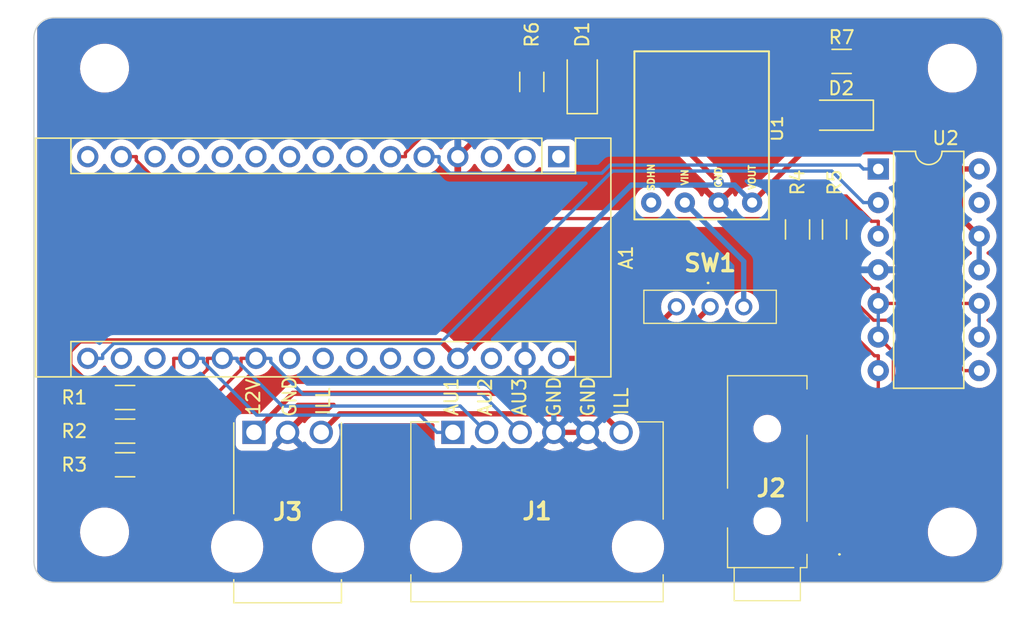
<source format=kicad_pcb>
(kicad_pcb (version 20221018) (generator pcbnew)
  (layers (0 "F.Cu" signal) (31 "B.Cu" signal) (34 "B.Paste" user) (35 "F.Paste" user) (36 "B.SilkS" user "B.Silkscreen") (37 "F.SilkS" user "F.Silkscreen") (38 "B.Mask" user) (39 "F.Mask" user) (44 "Edge.Cuts" user))
  (net 0 "")
  (net 4 "GNDREF")
  (net 5 "Net-(A1-D2)")
  (net 6 "Net-(A1-D3)")
  (net 14 "Net-(A1-MOSI)")
  (net 16 "Net-(A1-SCK)")
  (net 19 "Net-(A1-A0)")
  (net 20 "Net-(A1-A1)")
  (net 21 "Net-(A1-A2)")
  (net 27 "+5V")
  (net 29 "+12V1")
  (net 30 "+12V")
  (net 31 "+12V2")
  (net 32 "Illumination")
  (net 33 "Net-(D1-A)")
  (net 34 "Net-(D2-A)")
  (net 35 "Net-(U2-PB0)")
  (net 36 "Net-(U2-PA0)")
  (net 37 "Net-(U2-PA1)")
  (footprint "Package_DIP:DIP-14_W7.62mm" (layer "F.Cu") (at 109.22 81.28)
    (fp_text reference "U2" (at 5.08 -2.33) (layer "F.SilkS"))
    (fp_text value "MCP42010")
    (fp_line (start 1.16 -1.33) (end 1.16 16.57) (stroke (width 0.12)) (layer "F.SilkS"))
    (fp_line (start 1.16 16.57) (end 6.46 16.57) (stroke (width 0.12)) (layer "F.SilkS"))
    (fp_line (start 2.81 -1.33) (end 1.16 -1.33) (stroke (width 0.12)) (layer "F.SilkS"))
    (fp_line (start 6.46 -1.33) (end 4.81 -1.33) (stroke (width 0.12)) (layer "F.SilkS"))
    (fp_line (start 6.46 16.57) (end 6.46 -1.33) (stroke (width 0.12)) (layer "F.SilkS"))
    (fp_arc (start 4.81 -1.33) (mid 3.81 -0.33) (end 2.81 -1.33) (stroke (width 0.12)) (layer "F.SilkS"))
    (pad "1" thru_hole rect (at 0 0) (size 1.6 1.6) (drill 0.8) (layers "*.Cu" "*.Mask") (net 5 "Net-(A1-D2)"))
    (pad "2" thru_hole oval (at 0 2.54) (size 1.6 1.6) (drill 0.8) (layers "*.Cu" "*.Mask") (net 16 "Net-(A1-SCK)"))
    (pad "3" thru_hole oval (at 0 5.08) (size 1.6 1.6) (drill 0.8) (layers "*.Cu" "*.Mask") (net 14 "Net-(A1-MOSI)"))
    (pad "4" thru_hole oval (at 0 7.62) (size 1.6 1.6) (drill 0.8) (layers "*.Cu" "*.Mask") (net 4 "GNDREF"))
    (pad "5" thru_hole oval (at 0 10.16) (size 1.6 1.6) (drill 0.8) (layers "*.Cu" "*.Mask") (net 35 "Net-(U2-PB0)"))
    (pad "6" thru_hole oval (at 0 12.7) (size 1.6 1.6) (drill 0.8) (layers "*.Cu" "*.Mask") (net 35 "Net-(U2-PB0)"))
    (pad "7" thru_hole oval (at 0 15.24) (size 1.6 1.6) (drill 0.8) (layers "*.Cu" "*.Mask") (net 37 "Net-(U2-PA1)"))
    (pad "8" thru_hole oval (at 7.62 15.24) (size 1.6 1.6) (drill 0.8) (layers "*.Cu" "*.Mask") (net 36 "Net-(U2-PA0)"))
    (pad "9" thru_hole oval (at 7.62 12.7) (size 1.6 1.6) (drill 0.8) (layers "*.Cu" "*.Mask") (net 35 "Net-(U2-PB0)"))
    (pad "10" thru_hole oval (at 7.62 10.16) (size 1.6 1.6) (drill 0.8) (layers "*.Cu" "*.Mask") (net 35 "Net-(U2-PB0)"))
    (pad "11" thru_hole oval (at 7.62 7.62) (size 1.6 1.6) (drill 0.8) (layers "*.Cu" "*.Mask") (net 27 "+5V"))
    (pad "12" thru_hole oval (at 7.62 5.08) (size 1.6 1.6) (drill 0.8) (layers "*.Cu" "*.Mask") (net 27 "+5V"))
    (pad "13" thru_hole oval (at 7.62 2.54) (size 1.6 1.6) (drill 0.8) (layers "*.Cu" "*.Mask"))
    (pad "14" thru_hole oval (at 7.62 0) (size 1.6 1.6) (drill 0.8) (layers "*.Cu" "*.Mask") (net 27 "+5V"))
  )
  (footprint "Resistor_SMD:R_1206_3216Metric_Pad1.30x1.75mm_HandSolder" (layer "F.Cu") (at 52.35 101.092 180)
    (fp_text reference "R2" (at 3.836 0 180) (layer "F.SilkS"))
    (fp_text value "1k")
    (fp_line (start -0.727064 -0.91) (end 0.727064 -0.91) (stroke (width 0.12)) (layer "F.SilkS"))
    (fp_line (start -0.727064 0.91) (end 0.727064 0.91) (stroke (width 0.12)) (layer "F.SilkS"))
    (pad "1" smd roundrect (at -1.55 0 180) (size 1.3 1.75) (layers "F.Cu" "F.Paste" "F.Mask") (roundrect_rratio 0.1923076923) (net 20 "Net-(A1-A1)"))
    (pad "2" smd roundrect (at 1.55 0 180) (size 1.3 1.75) (layers "F.Cu" "F.Paste" "F.Mask") (roundrect_rratio 0.1923076923) (net 27 "+5V"))
  )
  (footprint "Resistor_SMD:R_1206_3216Metric_Pad1.30x1.75mm_HandSolder" (layer "F.Cu") (at 105.918 85.852 -90)
    (fp_text reference "R5" (at -3.556 0 90) (layer "F.SilkS"))
    (fp_text value "100k")
    (fp_line (start -0.727064 -0.91) (end 0.727064 -0.91) (stroke (width 0.12)) (layer "F.SilkS"))
    (fp_line (start -0.727064 0.91) (end 0.727064 0.91) (stroke (width 0.12)) (layer "F.SilkS"))
    (pad "1" smd roundrect (at -1.55 0 270) (size 1.3 1.75) (layers "F.Cu" "F.Paste" "F.Mask") (roundrect_rratio 0.1923076923) (net 35 "Net-(U2-PB0)"))
    (pad "2" smd roundrect (at 1.55 0 270) (size 1.3 1.75) (layers "F.Cu" "F.Paste" "F.Mask") (roundrect_rratio 0.1923076923) (net 37 "Net-(U2-PA1)"))
  )
  (footprint "SamacSys_Parts:090320102" (layer "F.Cu") (at 96.52 91.694 -90)
    (fp_text reference "SW1" (at -3.302 0 180) (layer "F.SilkS") (effects (font (size 1.27 1.27) (thickness 0.254))))
    (fp_text value "SW_SPDT" hide)
    (fp_line (start -1.8 0.1) (end -1.8 0.1) (stroke (width 0.1)) (layer "F.SilkS"))
    (fp_line (start -1.8 0.2) (end -1.8 0.2) (stroke (width 0.1)) (layer "F.SilkS"))
    (fp_line (start -1.25 -5) (end 1.25 -5) (stroke (width 0.1)) (layer "F.SilkS"))
    (fp_line (start -1.25 5) (end -1.25 -5) (stroke (width 0.1)) (layer "F.SilkS"))
    (fp_line (start 1.25 -5) (end 1.25 5) (stroke (width 0.1)) (layer "F.SilkS"))
    (fp_line (start 1.25 5) (end -1.25 5) (stroke (width 0.1)) (layer "F.SilkS"))
    (fp_arc (start -1.8 0.1) (mid -1.75 0.15) (end -1.8 0.2) (stroke (width 0.1)) (layer "F.SilkS"))
    (fp_arc (start -1.8 0.2) (mid -1.85 0.15) (end -1.8 0.1) (stroke (width 0.1)) (layer "F.SilkS"))
    (pad "1" thru_hole circle (at 0 0 270) (size 1.3 1.3) (drill 0.8) (layers "*.Cu" "*.Mask") (net 30 "+12V"))
    (pad "2" thru_hole circle (at 0 2.54 270) (size 1.3 1.3) (drill 0.8) (layers "*.Cu" "*.Mask") (net 29 "+12V1"))
    (pad "3" thru_hole circle (at 0 -2.54 270) (size 1.3 1.3) (drill 0.8) (layers "*.Cu" "*.Mask") (net 31 "+12V2"))
  )
  (footprint "MountingHole:MountingHole_3.2mm_M3" (layer "F.Cu") (at 50.8 73.66 -90)
    (fp_text reference "H1" hide)
    (fp_text value "MountingHole")
    (pad "" np_thru_hole circle (at 0 0 270) (size 3.2 3.2) (drill 3.2) (layers "*.Cu" "*.Mask"))
  )
  (footprint "SamacSys_Parts:705510005" (layer "F.Cu") (at 89.8028 101.1823)
    (fp_text reference "J1" (at -6.35 5.962) (layer "F.SilkS") (effects (font (size 1.27 1.27) (thickness 0.254))))
    (fp_text value "Conn_01x06_Male" hide)
    (fp_line (start -15.875 -0.79) (end -15.875 6.56) (stroke (width 0.1)) (layer "F.SilkS"))
    (fp_line (start -15.875 10.76) (end -15.875 12.8) (stroke (width 0.1)) (layer "F.SilkS"))
    (fp_line (start -15.875 12.8) (end 3.175 12.8) (stroke (width 0.1)) (layer "F.SilkS"))
    (fp_line (start -13.77 -0.79) (end -15.875 -0.79) (stroke (width 0.1)) (layer "F.SilkS"))
    (fp_line (start 3.175 -0.79) (end 1.23 -0.79) (stroke (width 0.1)) (layer "F.SilkS"))
    (fp_line (start 3.175 6.56) (end 3.175 -0.79) (stroke (width 0.1)) (layer "F.SilkS"))
    (fp_line (start 3.175 12.8) (end 3.175 10.76) (stroke (width 0.1)) (layer "F.SilkS"))
    (pad "" np_thru_hole circle (at -13.97 8.64) (size 3.45 3.45) (drill 3.45) (layers "*.Cu" "*.Mask"))
    (pad "" np_thru_hole circle (at 1.27 8.64) (size 3.45 3.45) (drill 3.45) (layers "*.Cu" "*.Mask"))
    (pad "1" thru_hole rect (at -12.7 0) (size 1.755 1.755) (drill 1.17) (layers "*.Cu" "*.Mask") (net 19 "Net-(A1-A0)"))
    (pad "2" thru_hole circle (at -10.16 0) (size 1.755 1.755) (drill 1.17) (layers "*.Cu" "*.Mask") (net 20 "Net-(A1-A1)"))
    (pad "3" thru_hole circle (at -7.62 0) (size 1.755 1.755) (drill 1.17) (layers "*.Cu" "*.Mask") (net 21 "Net-(A1-A2)"))
    (pad "4" thru_hole circle (at -5.08 0) (size 1.755 1.755) (drill 1.17) (layers "*.Cu" "*.Mask") (net 4 "GNDREF"))
    (pad "5" thru_hole circle (at -2.54 0) (size 1.755 1.755) (drill 1.17) (layers "*.Cu" "*.Mask") (net 4 "GNDREF"))
    (pad "6" thru_hole circle (at 0 0) (size 1.755 1.755) (drill 1.17) (layers "*.Cu" "*.Mask") (net 32 "Illumination"))
  )
  (footprint "MountingHole:MountingHole_3.2mm_M3" (layer "F.Cu") (at 114.808 108.712 -90)
    (fp_text reference "H3" hide)
    (fp_text value "MountingHole")
    (pad "" np_thru_hole circle (at 0 0 270) (size 3.2 3.2) (drill 3.2) (layers "*.Cu" "*.Mask"))
  )
  (footprint "Resistor_SMD:R_1206_3216Metric_Pad1.30x1.75mm_HandSolder" (layer "F.Cu") (at 52.35 98.552 180)
    (fp_text reference "R1" (at 3.836 0 180) (layer "F.SilkS"))
    (fp_text value "1k")
    (fp_line (start -0.727064 -0.91) (end 0.727064 -0.91) (stroke (width 0.12)) (layer "F.SilkS"))
    (fp_line (start -0.727064 0.91) (end 0.727064 0.91) (stroke (width 0.12)) (layer "F.SilkS"))
    (pad "1" smd roundrect (at -1.55 0 180) (size 1.3 1.75) (layers "F.Cu" "F.Paste" "F.Mask") (roundrect_rratio 0.1923076923) (net 19 "Net-(A1-A0)"))
    (pad "2" smd roundrect (at 1.55 0 180) (size 1.3 1.75) (layers "F.Cu" "F.Paste" "F.Mask") (roundrect_rratio 0.1923076923) (net 27 "+5V"))
  )
  (footprint "Resistor_SMD:R_1206_3216Metric_Pad1.30x1.75mm_HandSolder" (layer "F.Cu") (at 83.058 74.702 -90)
    (fp_text reference "R6" (at -3.582 0 90) (layer "F.SilkS"))
    (fp_text value "1k")
    (fp_line (start -0.727064 -0.91) (end 0.727064 -0.91) (stroke (width 0.12)) (layer "F.SilkS"))
    (fp_line (start -0.727064 0.91) (end 0.727064 0.91) (stroke (width 0.12)) (layer "F.SilkS"))
    (pad "1" smd roundrect (at -1.55 0 270) (size 1.3 1.75) (layers "F.Cu" "F.Paste" "F.Mask") (roundrect_rratio 0.1923076923) (net 33 "Net-(D1-A)"))
    (pad "2" smd roundrect (at 1.55 0 270) (size 1.3 1.75) (layers "F.Cu" "F.Paste" "F.Mask") (roundrect_rratio 0.1923076923) (net 27 "+5V"))
  )
  (footprint "SamacSys_Parts:STX35003NTR" (layer "F.Cu") (at 100.8378 105.4036 180)
    (fp_text reference "J2" (at -0.3 0) (layer "F.SilkS") (effects (font (size 1.27 1.27) (thickness 0.254))))
    (fp_text value "STX-3500-3NTR" hide)
    (fp_line (start -5.5 -5) (end -5.5 -5) (stroke (width 0.1)) (layer "F.SilkS"))
    (fp_line (start -5.4 -5) (end -5.4 -5) (stroke (width 0.1)) (layer "F.SilkS"))
    (fp_line (start -3 -6) (end -2.5 -6) (stroke (width 0.1)) (layer "F.SilkS"))
    (fp_line (start -3 -5) (end -3 -6) (stroke (width 0.1)) (layer "F.SilkS"))
    (fp_line (start -3 4) (end -3 -2.5) (stroke (width 0.1)) (layer "F.SilkS"))
    (fp_line (start -3 7.5) (end -3 8.5) (stroke (width 0.1)) (layer "F.SilkS"))
    (fp_line (start -3 8.5) (end 3 8.5) (stroke (width 0.1)) (layer "F.SilkS"))
    (fp_line (start -2.5 -8.5) (end 2.5 -8.5) (stroke (width 0.1)) (layer "F.SilkS"))
    (fp_line (start -2.5 -6) (end -2.5 -8.5) (stroke (width 0.1)) (layer "F.SilkS"))
    (fp_line (start -2 -6) (end 2.5 -6) (stroke (width 0.1)) (layer "F.SilkS"))
    (fp_line (start 2.5 -8.5) (end 2.5 -6) (stroke (width 0.1)) (layer "F.SilkS"))
    (fp_line (start 2.5 -6) (end 3 -6) (stroke (width 0.1)) (layer "F.SilkS"))
    (fp_line (start 3 -6) (end 3 -3) (stroke (width 0.1)) (layer "F.SilkS"))
    (fp_line (start 3 8.5) (end 3 0) (stroke (width 0.1)) (layer "F.SilkS"))
    (fp_arc (start -5.5 -5) (mid -5.45 -5.05) (end -5.4 -5) (stroke (width 0.1)) (layer "F.SilkS"))
    (fp_arc (start -5.4 -5) (mid -5.45 -4.95) (end -5.5 -5) (stroke (width 0.1)) (layer "F.SilkS"))
    (pad "" np_thru_hole circle (at 0 -2.5 180) (size 1.6 1.6) (drill 1.6) (layers "*.Cu" "*.Mask"))
    (pad "" np_thru_hole circle (at 0 4.5 180) (size 1.6 1.6) (drill 1.6) (layers "*.Cu" "*.Mask"))
    (pad "1" smd rect (at -3.662 -3.6 270) (size 1.8 2.475) (layers "F.Cu" "F.Paste" "F.Mask") (net 35 "Net-(U2-PB0)"))
    (pad "2" smd rect (at -3.662 5.7 270) (size 2.3 2.475) (layers "F.Cu" "F.Paste" "F.Mask") (net 36 "Net-(U2-PA0)"))
    (pad "3" smd rect (at 3.662 -1.7 270) (size 1.8 2.475) (layers "F.Cu" "F.Paste" "F.Mask") (net 37 "Net-(U2-PA1)"))
  )
  (footprint "Resistor_SMD:R_1206_3216Metric_Pad1.30x1.75mm_HandSolder" (layer "F.Cu") (at 106.452 73.152)
    (fp_text reference "R7" (at 0 -1.82) (layer "F.SilkS"))
    (fp_text value "1k")
    (fp_line (start -0.727064 -0.91) (end 0.727064 -0.91) (stroke (width 0.12)) (layer "F.SilkS"))
    (fp_line (start -0.727064 0.91) (end 0.727064 0.91) (stroke (width 0.12)) (layer "F.SilkS"))
    (pad "1" smd roundrect (at -1.55 0) (size 1.3 1.75) (layers "F.Cu" "F.Paste" "F.Mask") (roundrect_rratio 0.1923076923) (net 34 "Net-(D2-A)"))
    (pad "2" smd roundrect (at 1.55 0) (size 1.3 1.75) (layers "F.Cu" "F.Paste" "F.Mask") (roundrect_rratio 0.1923076923) (net 6 "Net-(A1-D3)"))
  )
  (footprint "LED_SMD:LED_1206_3216Metric_Pad1.42x1.75mm_HandSolder" (layer "F.Cu") (at 86.868 74.6395 90)
    (fp_text reference "D1" (at 3.5195 0 90) (layer "F.SilkS"))
    (fp_text value "LED")
    (fp_line (start -2.46 -1.135) (end -2.46 1.135) (stroke (width 0.12)) (layer "F.SilkS"))
    (fp_line (start -2.46 1.135) (end 1.6 1.135) (stroke (width 0.12)) (layer "F.SilkS"))
    (fp_line (start 1.6 -1.135) (end -2.46 -1.135) (stroke (width 0.12)) (layer "F.SilkS"))
    (pad "1" smd roundrect (at -1.4875 0 90) (size 1.425 1.75) (layers "F.Cu" "F.Paste" "F.Mask") (roundrect_rratio 0.1754392982) (net 4 "GNDREF"))
    (pad "2" smd roundrect (at 1.4875 0 90) (size 1.425 1.75) (layers "F.Cu" "F.Paste" "F.Mask") (roundrect_rratio 0.1754392982) (net 33 "Net-(D1-A)"))
  )
  (footprint "MountingHole:MountingHole_3.2mm_M3" (layer "F.Cu") (at 114.808 73.66 -90)
    (fp_text reference "H4" hide)
    (fp_text value "MountingHole")
    (pad "" np_thru_hole circle (at 0 0 270) (size 3.2 3.2) (drill 3.2) (layers "*.Cu" "*.Mask"))
  )
  (footprint "SamacSys_Parts:705510002" (layer "F.Cu") (at 67.1619 101.1823)
    (fp_text reference "J3" (at -2.54 6.006) (layer "F.SilkS") (effects (font (size 1.27 1.27) (thickness 0.254))))
    (fp_text value "Conn_01x03_Male" hide)
    (fp_line (start -6.605 -0.71) (end -6.605 -0.71) (stroke (width 0.1)) (layer "F.SilkS"))
    (fp_line (start -6.605 -0.71) (end -6.605 6.14) (stroke (width 0.1)) (layer "F.SilkS"))
    (fp_line (start -6.605 6.14) (end -6.605 -0.71) (stroke (width 0.1)) (layer "F.SilkS"))
    (fp_line (start -6.605 6.14) (end -6.605 6.14) (stroke (width 0.1)) (layer "F.SilkS"))
    (fp_line (start -6.605 11.14) (end -6.605 11.14) (stroke (width 0.1)) (layer "F.SilkS"))
    (fp_line (start -6.605 11.14) (end -6.605 12.88) (stroke (width 0.1)) (layer "F.SilkS"))
    (fp_line (start -6.605 12.88) (end -6.605 11.14) (stroke (width 0.1)) (layer "F.SilkS"))
    (fp_line (start -6.605 12.88) (end -6.605 12.88) (stroke (width 0.1)) (layer "F.SilkS"))
    (fp_line (start -6.605 12.88) (end -6.605 12.88) (stroke (width 0.1)) (layer "F.SilkS"))
    (fp_line (start -6.605 12.88) (end 1.46 12.88) (stroke (width 0.1)) (layer "F.SilkS"))
    (fp_line (start 1.46 12.88) (end -6.605 12.88) (stroke (width 0.1)) (layer "F.SilkS"))
    (fp_line (start 1.46 12.88) (end 1.46 12.88) (stroke (width 0.1)) (layer "F.SilkS"))
    (fp_line (start 1.525 -0.71) (end 1.525 -0.71) (stroke (width 0.1)) (layer "F.SilkS"))
    (fp_line (start 1.525 -0.71) (end 1.525 5.89) (stroke (width 0.1)) (layer "F.SilkS"))
    (fp_line (start 1.525 5.89) (end 1.525 -0.71) (stroke (width 0.1)) (layer "F.SilkS"))
    (fp_line (start 1.525 5.89) (end 1.525 5.89) (stroke (width 0.1)) (layer "F.SilkS"))
    (fp_line (start 1.525 11.14) (end 1.525 11.14) (stroke (width 0.1)) (layer "F.SilkS"))
    (fp_line (start 1.525 11.14) (end 1.525 12.89) (stroke (width 0.1)) (layer "F.SilkS"))
    (fp_line (start 1.525 12.89) (end 1.525 11.14) (stroke (width 0.1)) (layer "F.SilkS"))
    (fp_line (start 1.525 12.89) (end 1.525 12.89) (stroke (width 0.1)) (layer "F.SilkS"))
    (pad "" np_thru_hole circle (at -6.35 8.64) (size 3.45 3.45) (drill 3.45) (layers "*.Cu" "*.Mask"))
    (pad "" np_thru_hole circle (at 1.27 8.64) (size 3.45 3.45) (drill 3.45) (layers "*.Cu" "*.Mask"))
    (pad "1" thru_hole rect (at -5.08 0) (size 1.755 1.755) (drill 1.17) (layers "*.Cu" "*.Mask") (net 30 "+12V"))
    (pad "2" thru_hole circle (at -2.54 0) (size 1.755 1.755) (drill 1.17) (layers "*.Cu" "*.Mask") (net 4 "GNDREF"))
    (pad "3" thru_hole circle (at 0 0) (size 1.755 1.755) (drill 1.17) (layers "*.Cu" "*.Mask") (net 32 "Illumination"))
  )
  (footprint "D24V5F5-footprint:D24V5F5" (layer "F.Cu") (at 96.52 78.74 90)
    (fp_text reference "U1" (at 0.508 5.08 90) (layer "F.SilkS") (effects (font (size 0.8 1))))
    (fp_text value "D24V5F5")
    (fp_text user "VOUT" (at -3.175 3.175 90) (layer "F.SilkS") (effects (font (size 0.5 0.5) (thickness 0.125))))
    (fp_text user "SDHN" (at -3.175 -4.445 90) (layer "F.SilkS") (effects (font (size 0.5 0.5) (thickness 0.125))))
    (fp_text user "VIN" (at -3.175 -1.905 90) (layer "F.SilkS") (effects (font (size 0.5 0.5) (thickness 0.125))))
    (fp_text user "GND" (at -3.175 0.635 90) (layer "F.SilkS") (effects (font (size 0.5 0.5) (thickness 0.125))))
    (fp_line (start -6.35 -5.715) (end 6.35 -5.715) (stroke (width 0.15)) (layer "F.SilkS"))
    (fp_line (start -6.35 4.445) (end -6.35 -5.715) (stroke (width 0.15)) (layer "F.SilkS"))
    (fp_line (start 6.35 -5.715) (end 6.35 4.445) (stroke (width 0.15)) (layer "F.SilkS"))
    (fp_line (start 6.35 4.445) (end -6.35 4.445) (stroke (width 0.15)) (layer "F.SilkS"))
    (pad "1" thru_hole circle (at -5.08 -4.445) (size 1.524 1.524) (drill 0.762) (layers "*.Cu" "*.Mask"))
    (pad "2" thru_hole circle (at -5.08 -1.905) (size 1.524 1.524) (drill 0.762) (layers "*.Cu" "*.Mask") (net 31 "+12V2"))
    (pad "3" thru_hole circle (at -5.08 0.635) (size 1.524 1.524) (drill 0.762) (layers "*.Cu" "*.Mask") (net 4 "GNDREF"))
    (pad "4" thru_hole circle (at -5.08 3.175) (size 1.524 1.524) (drill 0.762) (layers "*.Cu" "*.Mask") (net 27 "+5V"))
  )
  (footprint "Resistor_SMD:R_1206_3216Metric_Pad1.30x1.75mm_HandSolder" (layer "F.Cu") (at 52.35 103.632 180)
    (fp_text reference "R3" (at 3.836 0 180) (layer "F.SilkS"))
    (fp_text value "1k")
    (fp_line (start -0.727064 -0.91) (end 0.727064 -0.91) (stroke (width 0.12)) (layer "F.SilkS"))
    (fp_line (start -0.727064 0.91) (end 0.727064 0.91) (stroke (width 0.12)) (layer "F.SilkS"))
    (pad "1" smd roundrect (at -1.55 0 180) (size 1.3 1.75) (layers "F.Cu" "F.Paste" "F.Mask") (roundrect_rratio 0.1923076923) (net 21 "Net-(A1-A2)"))
    (pad "2" smd roundrect (at 1.55 0 180) (size 1.3 1.75) (layers "F.Cu" "F.Paste" "F.Mask") (roundrect_rratio 0.1923076923) (net 27 "+5V"))
  )
  (footprint "MountingHole:MountingHole_3.2mm_M3" (layer "F.Cu") (at 50.8 108.712 -90)
    (fp_text reference "H2" hide)
    (fp_text value "MountingHole")
    (pad "" np_thru_hole circle (at 0 0 270) (size 3.2 3.2) (drill 3.2) (layers "*.Cu" "*.Mask"))
  )
  (footprint "D24V5F5-footprint:Arduino_Nano_mat" (layer "F.Cu") (at 85.09 80.35 -90)
    (fp_text reference "A1" (at 7.62 -5.08 -90) (layer "F.SilkS"))
    (fp_text value "Arduino_Nano_Every")
    (fp_line (start -1.4 -3.94) (end -1.4 -1.27) (stroke (width 0.12)) (layer "F.SilkS"))
    (fp_line (start -1.4 1.27) (end -1.4 39.5) (stroke (width 0.12)) (layer "F.SilkS"))
    (fp_line (start -1.4 39.5) (end 16.64 39.5) (stroke (width 0.12)) (layer "F.SilkS"))
    (fp_line (start 1.27 -1.27) (end -1.4 -1.27) (stroke (width 0.12)) (layer "F.SilkS"))
    (fp_line (start 1.27 1.27) (end -1.4 1.27) (stroke (width 0.12)) (layer "F.SilkS"))
    (fp_line (start 1.27 1.27) (end 1.27 -1.27) (stroke (width 0.12)) (layer "F.SilkS"))
    (fp_line (start 1.27 1.27) (end 1.27 36.83) (stroke (width 0.12)) (layer "F.SilkS"))
    (fp_line (start 1.27 36.83) (end -1.4 36.83) (stroke (width 0.12)) (layer "F.SilkS"))
    (fp_line (start 13.97 -1.27) (end 13.97 36.83) (stroke (width 0.12)) (layer "F.SilkS"))
    (fp_line (start 13.97 -1.27) (end 16.64 -1.27) (stroke (width 0.12)) (layer "F.SilkS"))
    (fp_line (start 13.97 36.83) (end 16.64 36.83) (stroke (width 0.12)) (layer "F.SilkS"))
    (fp_line (start 16.64 -3.94) (end -1.4 -3.94) (stroke (width 0.12)) (layer "F.SilkS"))
    (fp_line (start 16.64 39.5) (end 16.64 -3.94) (stroke (width 0.12)) (layer "F.SilkS"))
    (pad "1" thru_hole rect (at 0 0 270) (size 1.6 1.6) (drill 1) (layers "*.Cu" "*.Mask"))
    (pad "2" thru_hole oval (at 0 2.54 270) (size 1.6 1.6) (drill 1) (layers "*.Cu" "*.Mask"))
    (pad "3" thru_hole oval (at 0 5.08 270) (size 1.6 1.6) (drill 1) (layers "*.Cu" "*.Mask"))
    (pad "4" thru_hole oval (at 0 7.62 270) (size 1.6 1.6) (drill 1) (layers "*.Cu" "*.Mask") (net 4 "GNDREF"))
    (pad "5" thru_hole oval (at 0 10.16 270) (size 1.6 1.6) (drill 1) (layers "*.Cu" "*.Mask") (net 5 "Net-(A1-D2)"))
    (pad "6" thru_hole oval (at 0 12.7 270) (size 1.6 1.6) (drill 1) (layers "*.Cu" "*.Mask") (net 6 "Net-(A1-D3)"))
    (pad "7" thru_hole oval (at 0 15.24 270) (size 1.6 1.6) (drill 1) (layers "*.Cu" "*.Mask"))
    (pad "8" thru_hole oval (at 0 17.78 270) (size 1.6 1.6) (drill 1) (layers "*.Cu" "*.Mask"))
    (pad "9" thru_hole oval (at 0 20.32 270) (size 1.6 1.6) (drill 1) (layers "*.Cu" "*.Mask"))
    (pad "10" thru_hole oval (at 0 22.86 270) (size 1.6 1.6) (drill 1) (layers "*.Cu" "*.Mask"))
    (pad "11" thru_hole oval (at 0 25.4 270) (size 1.6 1.6) (drill 1) (layers "*.Cu" "*.Mask"))
    (pad "12" thru_hole oval (at 0 27.94 270) (size 1.6 1.6) (drill 1) (layers "*.Cu" "*.Mask"))
    (pad "13" thru_hole oval (at 0 30.48 270) (size 1.6 1.6) (drill 1) (layers "*.Cu" "*.Mask"))
    (pad "14" thru_hole oval (at 0 33.02 270) (size 1.6 1.6) (drill 1) (layers "*.Cu" "*.Mask") (net 14 "Net-(A1-MOSI)"))
    (pad "15" thru_hole oval (at 0 35.56 270) (size 1.6 1.6) (drill 1) (layers "*.Cu" "*.Mask"))
    (pad "16" thru_hole oval (at 15.24 35.56 270) (size 1.6 1.6) (drill 1) (layers "*.Cu" "*.Mask") (net 16 "Net-(A1-SCK)"))
    (pad "17" thru_hole oval (at 15.24 33.02 270) (size 1.6 1.6) (drill 1) (layers "*.Cu" "*.Mask"))
    (pad "18" thru_hole oval (at 15.24 30.48 270) (size 1.6 1.6) (drill 1) (layers "*.Cu" "*.Mask"))
    (pad "19" thru_hole oval (at 15.24 27.94 270) (size 1.6 1.6) (drill 1) (layers "*.Cu" "*.Mask") (net 19 "Net-(A1-A0)"))
    (pad "20" thru_hole oval (at 15.24 25.4 270) (size 1.6 1.6) (drill 1) (layers "*.Cu" "*.Mask") (net 20 "Net-(A1-A1)"))
    (pad "21" thru_hole oval (at 15.24 22.86 270) (size 1.6 1.6) (drill 1) (layers "*.Cu" "*.Mask") (net 21 "Net-(A1-A2)"))
    (pad "22" thru_hole oval (at 15.24 20.32 270) (size 1.6 1.6) (drill 1) (layers "*.Cu" "*.Mask"))
    (pad "23" thru_hole oval (at 15.24 17.78 270) (size 1.6 1.6) (drill 1) (layers "*.Cu" "*.Mask"))
    (pad "24" thru_hole oval (at 15.24 15.24 270) (size 1.6 1.6) (drill 1) (layers "*.Cu" "*.Mask"))
    (pad "25" thru_hole oval (at 15.24 12.7 270) (size 1.6 1.6) (drill 1) (layers "*.Cu" "*.Mask"))
    (pad "26" thru_hole oval (at 15.24 10.16 270) (size 1.6 1.6) (drill 1) (layers "*.Cu" "*.Mask"))
    (pad "27" thru_hole oval (at 15.24 7.62 270) (size 1.6 1.6) (drill 1) (layers "*.Cu" "*.Mask") (net 27 "+5V"))
    (pad "28" thru_hole oval (at 15.24 5.08 270) (size 1.6 1.6) (drill 1) (layers "*.Cu" "*.Mask"))
    (pad "29" thru_hole oval (at 15.24 2.54 270) (size 1.6 1.6) (drill 1) (layers "*.Cu" "*.Mask") (net 4 "GNDREF"))
    (pad "30" thru_hole oval (at 15.24 0 270) (size 1.6 1.6) (drill 1) (layers "*.Cu" "*.Mask") (net 29 "+12V1"))
  )
  (footprint "Resistor_SMD:R_1206_3216Metric_Pad1.30x1.75mm_HandSolder" (layer "F.Cu") (at 103.124 85.852 -90)
    (fp_text reference "R4" (at -3.556 0 -90) (layer "F.SilkS"))
    (fp_text value "100k")
    (fp_line (start -0.727064 -0.91) (end 0.727064 -0.91) (stroke (width 0.12)) (layer "F.SilkS"))
    (fp_line (start -0.727064 0.91) (end 0.727064 0.91) (stroke (width 0.12)) (layer "F.SilkS"))
    (pad "1" smd roundrect (at -1.55 0 270) (size 1.3 1.75) (layers "F.Cu" "F.Paste" "F.Mask") (roundrect_rratio 0.1923076923) (net 35 "Net-(U2-PB0)"))
    (pad "2" smd roundrect (at 1.55 0 270) (size 1.3 1.75) (layers "F.Cu" "F.Paste" "F.Mask") (roundrect_rratio 0.1923076923) (net 36 "Net-(U2-PA0)"))
  )
  (footprint "LED_SMD:LED_1206_3216Metric_Pad1.42x1.75mm_HandSolder" (layer "F.Cu") (at 106.3895 77.216 180)
    (fp_text reference "D2" (at -0.0365 2.032) (layer "F.SilkS"))
    (fp_text value "LED")
    (fp_line (start -2.46 -1.135) (end -2.46 1.135) (stroke (width 0.12)) (layer "F.SilkS"))
    (fp_line (start -2.46 1.135) (end 1.6 1.135) (stroke (width 0.12)) (layer "F.SilkS"))
    (fp_line (start 1.6 -1.135) (end -2.46 -1.135) (stroke (width 0.12)) (layer "F.SilkS"))
    (pad "1" smd roundrect (at -1.4875 0 180) (size 1.425 1.75) (layers "F.Cu" "F.Paste" "F.Mask") (roundrect_rratio 0.1754392982) (net 4 "GNDREF"))
    (pad "2" smd roundrect (at 1.4875 0 180) (size 1.425 1.75) (layers "F.Cu" "F.Paste" "F.Mask") (roundrect_rratio 0.1754392982) (net 34 "Net-(D2-A)"))
  )
  (gr_line (start 45.466 71.374) (end 45.466 110.936369) (stroke (width 0.1)) (layer "Edge.Cuts"))
  (gr_line (start 46.99 69.85) (end 117.094 69.85) (stroke (width 0.1)) (layer "Edge.Cuts"))
  (gr_arc (start 117.094 69.85) (mid 118.171631 70.296369) (end 118.618 71.374) (stroke (width 0.1)) (layer "Edge.Cuts"))
  (gr_line (start 117.094 112.522) (end 46.99 112.522) (stroke (width 0.1)) (layer "Edge.Cuts"))
  (gr_arc (start 46.99 112.522) (mid 45.908771 112.036006) (end 45.466 110.936369) (stroke (width 0.1)) (layer "Edge.Cuts"))
  (gr_arc (start 118.618 110.936369) (mid 118.175229 112.036006) (end 117.094 112.522) (stroke (width 0.1)) (layer "Edge.Cuts"))
  (gr_line (start 118.618 110.936369) (end 118.618 71.374) (stroke (width 0.1)) (layer "Edge.Cuts"))
  (gr_arc (start 45.466 71.374) (mid 45.912369 70.296369) (end 46.99 69.85) (stroke (width 0.1)) (layer "Edge.Cuts"))
  (gr_text "AU1" (at 76.993488 98.489712 90) (layer "F.SilkS") (effects (font (size 1 1))))
  (gr_text "AU3" (at 82.121161 98.506962 90) (layer "F.SilkS") (effects (font (size 1 1))))
  (gr_text "12V" (at 62.028021 98.518984 90) (layer "F.SilkS") (effects (font (size 1 1))))
  (gr_text "ILL" (at 67.31 98.843593 90) (layer "F.SilkS") (effects (font (size 1 1))))
  (gr_text "GND" (at 84.728905 98.486524 90) (layer "F.SilkS") (effects (font (size 1 1))))
  (gr_text "GND" (at 87.304137 98.475703 90) (layer "F.SilkS") (effects (font (size 1 1))))
  (gr_text "ILL" (at 89.823332 98.843593 90) (layer "F.SilkS") (effects (font (size 1 1))))
  (gr_text "AU2" (at 79.533906 98.511771 90) (layer "F.SilkS") (effects (font (size 1 1))))
  (gr_text "GND" (at 64.77 98.486524 90) (layer "F.SilkS") (effects (font (size 1 1))))
  (segment (start 89.462 76.127) (end 97.155 83.82) (width 0.4) (layer "F.Cu") (net 4))
  (segment (start 97.155 83.82) (end 101.7915 79.1835) (width 0.4) (layer "F.Cu") (net 4))
  (segment (start 101.7915 79.1835) (end 105.9095 79.1835) (width 0.4) (layer "F.Cu") (net 4))
  (segment (start 105.9095 79.1835) (end 107.877 77.216) (width 0.4) (layer "F.Cu") (net 4))
  (segment (start 87.2628 101.1823) (end 84.7228 101.1823) (width 0.4) (layer "F.Cu") (net 4))
  (segment (start 77.47 80.35) (end 79.704 78.116) (width 0.4) (layer "F.Cu") (net 4))
  (segment (start 79.704 78.116) (end 84.879 78.116) (width 0.4) (layer "F.Cu") (net 4))
  (segment (start 86.868 76.127) (end 89.462 76.127) (width 0.4) (layer "F.Cu") (net 4))
  (segment (start 84.879 78.116) (end 86.868 76.127) (width 0.4) (layer "F.Cu") (net 4))
  (segment (start 102.235 90.1812) (end 102.235 88.9) (width 0.4) (layer "B.Cu") (net 4))
  (segment (start 84.7228 101.1823) (end 83.3269 102.5782) (width 0.4) (layer "B.Cu") (net 4))
  (segment (start 87.2628 101.1823) (end 88.8419 99.6032) (width 0.4) (layer "B.Cu") (net 4))
  (segment (start 88.8419 99.6032) (end 92.813 99.6032) (width 0.4) (layer "B.Cu") (net 4))
  (segment (start 66.0178 102.5782) (end 64.6219 101.1823) (width 0.4) (layer "B.Cu") (net 4))
  (segment (start 82.55 95.59) (end 82.55 96.8903) (width 0.4) (layer "B.Cu") (net 4))
  (segment (start 83.3269 102.5782) (end 66.0178 102.5782) (width 0.4) (layer "B.Cu") (net 4))
  (segment (start 82.55 96.8903) (end 84.7228 99.0631) (width 0.4) (layer "B.Cu") (net 4))
  (segment (start 102.235 88.9) (end 109.22 88.9) (width 0.4) (layer "B.Cu") (net 4))
  (segment (start 84.7228 99.0631) (end 84.7228 101.1823) (width 0.4) (layer "B.Cu") (net 4))
  (segment (start 97.155 83.82) (end 102.235 88.9) (width 0.4) (layer "B.Cu") (net 4))
  (segment (start 92.813 99.6032) (end 102.235 90.1812) (width 0.4) (layer "B.Cu") (net 4))
  (segment (start 108.0947 81.28) (end 107.8004 80.9857) (width 0.25) (layer "B.Cu") (net 5))
  (segment (start 88.9566 80.9857) (end 88.3441 81.5982) (width 0.25) (layer "B.Cu") (net 5))
  (segment (start 88.3441 81.5982) (end 76.8815 81.5982) (width 0.25) (layer "B.Cu") (net 5))
  (segment (start 74.93 80.35) (end 76.0553 80.35) (width 0.25) (layer "B.Cu") (net 5))
  (segment (start 107.8004 80.9857) (end 88.9566 80.9857) (width 0.25) (layer "B.Cu") (net 5))
  (segment (start 76.8815 81.5982) (end 76.0553 80.772) (width 0.25) (layer "B.Cu") (net 5))
  (segment (start 76.0553 80.772) (end 76.0553 80.35) (width 0.25) (layer "B.Cu") (net 5))
  (segment (start 109.22 81.28) (end 108.0947 81.28) (width 0.25) (layer "B.Cu") (net 5))
  (segment (start 81.6413 71.9427) (end 73.5153 80.0687) (width 0.25) (layer "F.Cu") (net 6))
  (segment (start 73.5153 80.0687) (end 73.5153 80.35) (width 0.25) (layer "F.Cu") (net 6))
  (segment (start 72.39 80.35) (end 73.5153 80.35) (width 0.25) (layer "F.Cu") (net 6))
  (segment (start 106.7927 71.9427) (end 81.6413 71.9427) (width 0.25) (layer "F.Cu") (net 6))
  (segment (start 108.002 73.152) (end 106.7927 71.9427) (width 0.25) (layer "F.Cu") (net 6))
  (segment (start 102.248 83.324) (end 106.8018 83.324) (width 0.25) (layer "F.Cu") (net 14))
  (segment (start 109.22 86.36) (end 109.22 85.2347) (width 0.25) (layer "F.Cu") (net 14))
  (segment (start 53.1953 80.6313) (end 57.5947 85.0307) (width 0.25) (layer "F.Cu") (net 14))
  (segment (start 57.5947 85.0307) (end 100.5413 85.0307) (width 0.25) (layer "F.Cu") (net 14))
  (segment (start 53.1953 80.35) (end 53.1953 80.6313) (width 0.25) (layer "F.Cu") (net 14))
  (segment (start 106.8018 83.324) (end 108.7125 85.2347) (width 0.25) (layer "F.Cu") (net 14))
  (segment (start 100.5413 85.0307) (end 102.248 83.324) (width 0.25) (layer "F.Cu") (net 14))
  (segment (start 108.7125 85.2347) (end 109.22 85.2347) (width 0.25) (layer "F.Cu") (net 14))
  (segment (start 52.07 80.35) (end 53.1953 80.35) (width 0.25) (layer "F.Cu") (net 14))
  (segment (start 109.22 83.82) (end 108.0947 83.82) (width 0.25) (layer "B.Cu") (net 16))
  (segment (start 50.6553 95.3086) (end 50.6553 95.59) (width 0.25) (layer "B.Cu") (net 16))
  (segment (start 76.1217 94.4647) (end 51.4992 94.4647) (width 0.25) (layer "B.Cu") (net 16))
  (segment (start 108.0947 83.82) (end 105.7107 81.436) (width 0.25) (layer "B.Cu") (net 16))
  (segment (start 105.7107 81.436) (end 89.1504 81.436) (width 0.25) (layer "B.Cu") (net 16))
  (segment (start 49.53 95.59) (end 50.6553 95.59) (width 0.25) (layer "B.Cu") (net 16))
  (segment (start 51.4992 94.4647) (end 50.6553 95.3086) (width 0.25) (layer "B.Cu") (net 16))
  (segment (start 89.1504 81.436) (end 76.1217 94.4647) (width 0.25) (layer "B.Cu") (net 16))
  (segment (start 57.15 95.59) (end 56.0247 95.59) (width 0.25) (layer "F.Cu") (net 19))
  (segment (start 56.0247 95.59) (end 56.0247 96.4273) (width 0.25) (layer "F.Cu") (net 19))
  (segment (start 56.0247 96.4273) (end 53.9 98.552) (width 0.25) (layer "F.Cu") (net 19))
  (segment (start 57.15 95.59) (end 58.2753 95.59) (width 0.25) (layer "B.Cu") (net 19))
  (segment (start 77.1028 101.1823) (end 75.9 101.1823) (width 0.25) (layer "B.Cu") (net 19))
  (segment (start 75.9 101.1823) (end 74.5971 99.8794) (width 0.25) (layer "B.Cu") (net 19))
  (segment (start 74.5971 99.8794) (end 62.2834 99.8794) (width 0.25) (layer "B.Cu") (net 19))
  (segment (start 58.2753 95.8713) (end 58.2753 95.59) (width 0.25) (layer "B.Cu") (net 19))
  (segment (start 62.2834 99.8794) (end 58.2753 95.8713) (width 0.25) (layer "B.Cu") (net 19))
  (segment (start 58.5647 96.4273) (end 53.9 101.092) (width 0.25) (layer "F.Cu") (net 20))
  (segment (start 58.5647 95.59) (end 58.5647 96.4273) (width 0.25) (layer "F.Cu") (net 20))
  (segment (start 59.69 95.59) (end 58.5647 95.59) (width 0.25) (layer "F.Cu") (net 20))
  (segment (start 64.2151 99.1941) (end 60.8153 95.7943) (width 0.25) (layer "B.Cu") (net 20))
  (segment (start 79.6428 101.1823) (end 77.6546 99.1941) (width 0.25) (layer "B.Cu") (net 20))
  (segment (start 77.6546 99.1941) (end 64.2151 99.1941) (width 0.25) (layer "B.Cu") (net 20))
  (segment (start 59.69 95.59) (end 60.8153 95.59) (width 0.25) (layer "B.Cu") (net 20))
  (segment (start 60.8153 95.7943) (end 60.8153 95.59) (width 0.25) (layer "B.Cu") (net 20))
  (segment (start 62.23 95.59) (end 61.1047 95.59) (width 0.25) (layer "F.Cu") (net 21))
  (segment (start 61.1047 95.59) (end 61.1047 96.4273) (width 0.25) (layer "F.Cu") (net 21))
  (segment (start 61.1047 96.4273) (end 53.9 103.632) (width 0.25) (layer "F.Cu") (net 21))
  (segment (start 62.23 95.59) (end 63.3553 95.59) (width 0.25) (layer "B.Cu") (net 21))
  (segment (start 79.294 98.2935) (end 65.7775 98.2935) (width 0.25) (layer "B.Cu") (net 21))
  (segment (start 63.3553 95.8713) (end 63.3553 95.59) (width 0.25) (layer "B.Cu") (net 21))
  (segment (start 82.1828 101.1823) (end 79.294 98.2935) (width 0.25) (layer "B.Cu") (net 21))
  (segment (start 65.7775 98.2935) (end 63.3553 95.8713) (width 0.25) (layer "B.Cu") (net 21))
  (segment (start 115.5397 85.0597) (end 116.84 86.36) (width 0.4) (layer "F.Cu") (net 27))
  (segment (start 103.5354 79.9796) (end 114.2393 79.9796) (width 0.4) (layer "F.Cu") (net 27))
  (segment (start 116.84 81.28) (end 115.5397 81.28) (width 0.4) (layer "F.Cu") (net 27))
  (segment (start 48.1753 96.1019) (end 50.6254 98.552) (width 0.4) (layer "F.Cu") (net 27))
  (segment (start 99.695 83.82) (end 103.5354 79.9796) (width 0.4) (layer "F.Cu") (net 27))
  (segment (start 48.1753 95.0376) (end 48.1753 96.1019) (width 0.4) (layer "F.Cu") (net 27))
  (segment (start 84.4185 74.8915) (end 83.058 76.252) (width 0.4) (layer "F.Cu") (net 27))
  (segment (start 115.5397 81.28) (end 115.5397 85.0597) (width 0.4) (layer "F.Cu") (net 27))
  (segment (start 76.1474 94.2674) (end 48.9455 94.2674) (width 0.4) (layer "F.Cu") (net 27))
  (segment (start 89.7852 74.8915) (end 84.4185 74.8915) (width 0.4) (layer "F.Cu") (net 27))
  (segment (start 50.8 98.552) (end 50.8 101.092) (width 0.4) (layer "F.Cu") (net 27))
  (segment (start 97.155 82.2613) (end 89.7852 74.8915) (width 0.4) (layer "F.Cu") (net 27))
  (segment (start 50.6254 98.552) (end 50.8 98.552) (width 0.4) (layer "F.Cu") (net 27))
  (segment (start 50.8 101.092) (end 50.8 103.632) (width 0.4) (layer "F.Cu") (net 27))
  (segment (start 48.9455 94.2674) (end 48.1753 95.0376) (width 0.4) (layer "F.Cu") (net 27))
  (segment (start 77.47 95.59) (end 76.1474 94.2674) (width 0.4) (layer "F.Cu") (net 27))
  (segment (start 114.2393 79.9796) (end 115.5397 81.28) (width 0.4) (layer "F.Cu") (net 27))
  (via (at 97.155 82.2613) (size 0.8) (drill 0.4) (layers "F.Cu" "B.Cu") (net 27))
  (segment (start 77.47 95.59) (end 90.5639 82.4961) (width 0.4) (layer "B.Cu") (net 27))
  (segment (start 97.155 82.4961) (end 97.155 82.2613) (width 0.4) (layer "B.Cu") (net 27))
  (segment (start 97.155 82.4961) (end 98.3711 82.4961) (width 0.4) (layer "B.Cu") (net 27))
  (segment (start 90.5639 82.4961) (end 97.155 82.4961) (width 0.4) (layer "B.Cu") (net 27))
  (segment (start 98.3711 82.4961) (end 99.695 83.82) (width 0.4) (layer "B.Cu") (net 27))
  (segment (start 116.84 86.36) (end 116.84 88.9) (width 0.4) (layer "B.Cu") (net 27))
  (segment (start 85.09 95.59) (end 90.084 95.59) (width 0.4) (layer "F.Cu") (net 29))
  (segment (start 90.084 95.59) (end 93.98 91.694) (width 0.4) (layer "F.Cu") (net 29))
  (segment (start 62.0819 101.1823) (end 65.0303 98.2339) (width 0.4) (layer "F.Cu") (net 30))
  (segment (start 65.0303 98.2339) (end 89.9801 98.2339) (width 0.4) (layer "F.Cu") (net 30))
  (segment (start 89.9801 98.2339) (end 96.52 91.694) (width 0.4) (layer "F.Cu") (net 30))
  (segment (start 94.615 83.82) (end 99.06 88.265) (width 0.4) (layer "B.Cu") (net 31))
  (segment (start 99.06 88.265) (end 99.06 91.694) (width 0.4) (layer "B.Cu") (net 31))
  (segment (start 88.403 99.7825) (end 89.8028 101.1823) (width 0.4) (layer "F.Cu") (net 32))
  (segment (start 68.5617 99.7825) (end 88.403 99.7825) (width 0.4) (layer "F.Cu") (net 32))
  (segment (start 67.1619 101.1823) (end 68.5617 99.7825) (width 0.4) (layer "F.Cu") (net 32))
  (segment (start 86.868 73.152) (end 83.058 73.152) (width 0.25) (layer "F.Cu") (net 33))
  (segment (start 104.902 77.216) (end 104.902 73.152) (width 0.25) (layer "F.Cu") (net 34))
  (segment (start 103.124 84.302) (end 105.918 84.302) (width 0.25) (layer "F.Cu") (net 35))
  (segment (start 109.22 90.3147) (end 108.798 90.3147) (width 0.25) (layer "F.Cu") (net 35))
  (segment (start 107.6532 89.1699) (end 107.6532 86.0372) (width 0.25) (layer "F.Cu") (net 35))
  (segment (start 108.798 90.3147) (end 107.6532 89.1699) (width 0.25) (layer "F.Cu") (net 35))
  (segment (start 110.3607 101.9174) (end 110.3607 95.1207) (width 0.25) (layer "F.Cu") (net 35))
  (segment (start 110.3607 95.1207) (end 109.22 93.98) (width 0.25) (layer "F.Cu") (net 35))
  (segment (start 104.4998 109.0036) (end 104.4998 107.7783) (width 0.25) (layer "F.Cu") (net 35))
  (segment (start 104.4998 107.7783) (end 110.3607 101.9174) (width 0.25) (layer "F.Cu") (net 35))
  (segment (start 107.6532 86.0372) (end 105.918 84.302) (width 0.25) (layer "F.Cu") (net 35))
  (segment (start 116.84 91.44) (end 109.22 91.44) (width 0.25) (layer "F.Cu") (net 35))
  (segment (start 109.22 91.44) (end 109.22 90.3147) (width 0.25) (layer "F.Cu") (net 35))
  (segment (start 116.84 91.44) (end 116.84 93.98) (width 0.25) (layer "B.Cu") (net 35))
  (segment (start 109.22 93.98) (end 109.22 91.44) (width 0.25) (layer "B.Cu") (net 35))
  (segment (start 104.4205 86.4237) (end 103.4422 87.402) (width 0.25) (layer "F.Cu") (net 36))
  (segment (start 106.7803 86.4237) (end 104.4205 86.4237) (width 0.25) (layer "F.Cu") (net 36))
  (segment (start 107.1233 86.7667) (end 106.7803 86.4237) (width 0.25) (layer "F.Cu") (net 36))
  (segment (start 103.4422 87.402) (end 103.124 87.402) (width 0.25) (layer "F.Cu") (net 36))
  (segment (start 108.8766 92.71) (end 107.1233 90.9567) (width 0.25) (layer "F.Cu") (net 36))
  (segment (start 116.84 96.52) (end 115.7147 96.52) (width 0.25) (layer "F.Cu") (net 36))
  (segment (start 103.4422 97.1707) (end 104.4998 98.2283) (width 0.25) (layer "F.Cu") (net 36))
  (segment (start 104.4998 99.7036) (end 104.4998 98.2283) (width 0.25) (layer "F.Cu") (net 36))
  (segment (start 115.7147 96.52) (end 111.9047 92.71) (width 0.25) (layer "F.Cu") (net 36))
  (segment (start 111.9047 92.71) (end 108.8766 92.71) (width 0.25) (layer "F.Cu") (net 36))
  (segment (start 103.4422 87.402) (end 103.4422 97.1707) (width 0.25) (layer "F.Cu") (net 36))
  (segment (start 107.1233 90.9567) (end 107.1233 86.7667) (width 0.25) (layer "F.Cu") (net 36))
  (segment (start 109.22 96.52) (end 109.22 95.3947) (width 0.25) (layer "F.Cu") (net 37))
  (segment (start 109.22 96.52) (end 109.22 97.8418) (width 0.25) (layer "F.Cu") (net 37))
  (segment (start 108.9387 95.3947) (end 105.918 92.374) (width 0.25) (layer "F.Cu") (net 37))
  (segment (start 109.22 95.3947) (end 108.9387 95.3947) (width 0.25) (layer "F.Cu") (net 37))
  (segment (start 109.22 97.8418) (end 99.9582 107.1036) (width 0.25) (layer "F.Cu") (net 37))
  (segment (start 105.918 92.374) (end 105.918 87.402) (width 0.25) (layer "F.Cu") (net 37))
  (segment (start 99.9582 107.1036) (end 97.1758 107.1036) (width 0.25) (layer "F.Cu") (net 37))
  (zone (net 4) (net_name "GNDREF") (layers "F&B.Cu") (connect_pads (clearance 0.508)) (min_thickness 0.254) (fill yes (thermal_gap 0.508) (thermal_bridge_width 0.508) (smoothing chamfer))
    (polygon (pts (xy 119.38 113.03) (xy 45.72 113.03) (xy 45.72 69.85) (xy 119.38 69.85)))
  )
)
</source>
